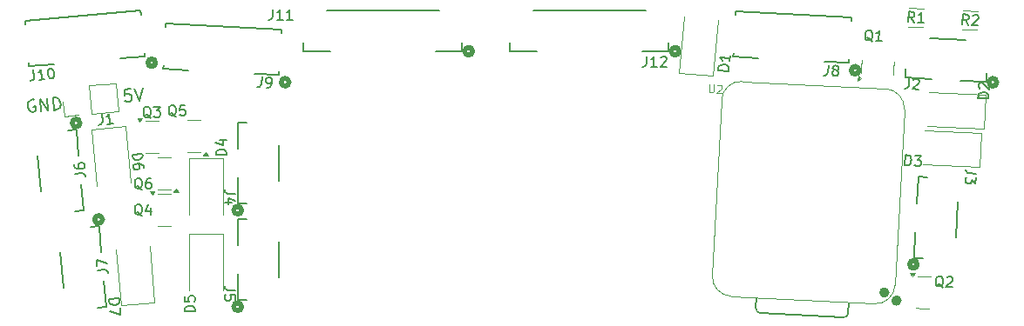
<source format=gbr>
%TF.GenerationSoftware,KiCad,Pcbnew,9.0.1*%
%TF.CreationDate,2025-06-09T02:27:10-04:00*%
%TF.ProjectId,Pneumatactors_1Xiao_3PiezoPumps_6Valves_TwoPiece,506e6575-6d61-4746-9163-746f72735f31,rev?*%
%TF.SameCoordinates,Original*%
%TF.FileFunction,Legend,Top*%
%TF.FilePolarity,Positive*%
%FSLAX46Y46*%
G04 Gerber Fmt 4.6, Leading zero omitted, Abs format (unit mm)*
G04 Created by KiCad (PCBNEW 9.0.1) date 2025-06-09 02:27:10*
%MOMM*%
%LPD*%
G01*
G04 APERTURE LIST*
%ADD10C,0.200000*%
%ADD11C,0.150000*%
%ADD12C,0.106680*%
%ADD13C,0.120000*%
%ADD14C,0.152400*%
%ADD15C,0.508000*%
%ADD16C,0.100000*%
%ADD17C,0.127000*%
%ADD18C,0.504000*%
G04 APERTURE END LIST*
D10*
X150726665Y-64601734D02*
X150157411Y-64651538D01*
X150157411Y-64651538D02*
X150150289Y-65225772D01*
X150150289Y-65225772D02*
X150202234Y-65163866D01*
X150202234Y-65163866D02*
X150311105Y-65096980D01*
X150311105Y-65096980D02*
X150595732Y-65072079D01*
X150595732Y-65072079D02*
X150714563Y-65119043D01*
X150714563Y-65119043D02*
X150776469Y-65170989D01*
X150776469Y-65170989D02*
X150843355Y-65279859D01*
X150843355Y-65279859D02*
X150868256Y-65564486D01*
X150868256Y-65564486D02*
X150821291Y-65683317D01*
X150821291Y-65683317D02*
X150769346Y-65745223D01*
X150769346Y-65745223D02*
X150660476Y-65812109D01*
X150660476Y-65812109D02*
X150375849Y-65837011D01*
X150375849Y-65837011D02*
X150257018Y-65790046D01*
X150257018Y-65790046D02*
X150195112Y-65738101D01*
X151125143Y-64566872D02*
X151628208Y-65727443D01*
X151628208Y-65727443D02*
X151922099Y-64497148D01*
X141390571Y-65669680D02*
X141271740Y-65622715D01*
X141271740Y-65622715D02*
X141100964Y-65637656D01*
X141100964Y-65637656D02*
X140935168Y-65709522D01*
X140935168Y-65709522D02*
X140831278Y-65833334D01*
X140831278Y-65833334D02*
X140784313Y-65952165D01*
X140784313Y-65952165D02*
X140747309Y-66184847D01*
X140747309Y-66184847D02*
X140762250Y-66355623D01*
X140762250Y-66355623D02*
X140839096Y-66578344D01*
X140839096Y-66578344D02*
X140905982Y-66687215D01*
X140905982Y-66687215D02*
X141029794Y-66791105D01*
X141029794Y-66791105D02*
X141205550Y-66833089D01*
X141205550Y-66833089D02*
X141319401Y-66823129D01*
X141319401Y-66823129D02*
X141485197Y-66751262D01*
X141485197Y-66751262D02*
X141537142Y-66689357D01*
X141537142Y-66689357D02*
X141502280Y-66290879D01*
X141502280Y-66290879D02*
X141274578Y-66310800D01*
X142059432Y-66758384D02*
X141954845Y-65562951D01*
X141954845Y-65562951D02*
X142742537Y-66698621D01*
X142742537Y-66698621D02*
X142637950Y-65503187D01*
X143311791Y-66648817D02*
X143207204Y-65453384D01*
X143207204Y-65453384D02*
X143491831Y-65428482D01*
X143491831Y-65428482D02*
X143667588Y-65470466D01*
X143667588Y-65470466D02*
X143791399Y-65574357D01*
X143791399Y-65574357D02*
X143858285Y-65683227D01*
X143858285Y-65683227D02*
X143935132Y-65905948D01*
X143935132Y-65905948D02*
X143950073Y-66076725D01*
X143950073Y-66076725D02*
X143913069Y-66309407D01*
X143913069Y-66309407D02*
X143866104Y-66428238D01*
X143866104Y-66428238D02*
X143762214Y-66552049D01*
X143762214Y-66552049D02*
X143596418Y-66623916D01*
X143596418Y-66623916D02*
X143311791Y-66648817D01*
D11*
X229670927Y-83934253D02*
X229578312Y-83881715D01*
X229578312Y-83881715D02*
X229488189Y-83781623D01*
X229488189Y-83781623D02*
X229353004Y-83631485D01*
X229353004Y-83631485D02*
X229260388Y-83578947D01*
X229260388Y-83578947D02*
X229165281Y-83573963D01*
X229200374Y-83814224D02*
X229107758Y-83761686D01*
X229107758Y-83761686D02*
X229017635Y-83661594D01*
X229017635Y-83661594D02*
X228980050Y-83468887D01*
X228980050Y-83468887D02*
X228997495Y-83136010D01*
X228997495Y-83136010D02*
X229055018Y-82948287D01*
X229055018Y-82948287D02*
X229155110Y-82858164D01*
X229155110Y-82858164D02*
X229252710Y-82815594D01*
X229252710Y-82815594D02*
X229442925Y-82825563D01*
X229442925Y-82825563D02*
X229535540Y-82878101D01*
X229535540Y-82878101D02*
X229625663Y-82978193D01*
X229625663Y-82978193D02*
X229663248Y-83170901D01*
X229663248Y-83170901D02*
X229645803Y-83503777D01*
X229645803Y-83503777D02*
X229588281Y-83691500D01*
X229588281Y-83691500D02*
X229488189Y-83781623D01*
X229488189Y-83781623D02*
X229390589Y-83824193D01*
X229390589Y-83824193D02*
X229200374Y-83814224D01*
X230056140Y-82953069D02*
X230106186Y-82908008D01*
X230106186Y-82908008D02*
X230203785Y-82865438D01*
X230203785Y-82865438D02*
X230441554Y-82877899D01*
X230441554Y-82877899D02*
X230534170Y-82930437D01*
X230534170Y-82930437D02*
X230579231Y-82980483D01*
X230579231Y-82980483D02*
X230621801Y-83078083D01*
X230621801Y-83078083D02*
X230616816Y-83173191D01*
X230616816Y-83173191D02*
X230561786Y-83313360D01*
X230561786Y-83313360D02*
X229961234Y-83854099D01*
X229961234Y-83854099D02*
X230579433Y-83886497D01*
X150895568Y-70968464D02*
X151891763Y-70881308D01*
X151891763Y-70881308D02*
X151912514Y-71118497D01*
X151912514Y-71118497D02*
X151877527Y-71264961D01*
X151877527Y-71264961D02*
X151790952Y-71368137D01*
X151790952Y-71368137D02*
X151700226Y-71423875D01*
X151700226Y-71423875D02*
X151514625Y-71487914D01*
X151514625Y-71487914D02*
X151372312Y-71500365D01*
X151372312Y-71500365D02*
X151178410Y-71469528D01*
X151178410Y-71469528D02*
X151079384Y-71430391D01*
X151079384Y-71430391D02*
X150976208Y-71343816D01*
X150976208Y-71343816D02*
X150916319Y-71205653D01*
X150916319Y-71205653D02*
X150895568Y-70968464D01*
X152016271Y-72304443D02*
X151999670Y-72114692D01*
X151999670Y-72114692D02*
X151943931Y-72023966D01*
X151943931Y-72023966D02*
X151892343Y-71980679D01*
X151892343Y-71980679D02*
X151741729Y-71898254D01*
X151741729Y-71898254D02*
X151547828Y-71867417D01*
X151547828Y-71867417D02*
X151168325Y-71900619D01*
X151168325Y-71900619D02*
X151077599Y-71956358D01*
X151077599Y-71956358D02*
X151034312Y-72007946D01*
X151034312Y-72007946D02*
X150995175Y-72106972D01*
X150995175Y-72106972D02*
X151011776Y-72296723D01*
X151011776Y-72296723D02*
X151067514Y-72387449D01*
X151067514Y-72387449D02*
X151119102Y-72430736D01*
X151119102Y-72430736D02*
X151218128Y-72469873D01*
X151218128Y-72469873D02*
X151455317Y-72449122D01*
X151455317Y-72449122D02*
X151546043Y-72393384D01*
X151546043Y-72393384D02*
X151589330Y-72341796D01*
X151589330Y-72341796D02*
X151628468Y-72242770D01*
X151628468Y-72242770D02*
X151611866Y-72053018D01*
X151611866Y-72053018D02*
X151556128Y-71962293D01*
X151556128Y-71962293D02*
X151504540Y-71919005D01*
X151504540Y-71919005D02*
X151405514Y-71879868D01*
X160897680Y-74784666D02*
X160183395Y-74784666D01*
X160183395Y-74784666D02*
X160040538Y-74737047D01*
X160040538Y-74737047D02*
X159945300Y-74641809D01*
X159945300Y-74641809D02*
X159897680Y-74498952D01*
X159897680Y-74498952D02*
X159897680Y-74403714D01*
X160564347Y-75689428D02*
X159897680Y-75689428D01*
X160945300Y-75451333D02*
X160231014Y-75213238D01*
X160231014Y-75213238D02*
X160231014Y-75832285D01*
X200866476Y-61430819D02*
X200866476Y-62145104D01*
X200866476Y-62145104D02*
X200818857Y-62287961D01*
X200818857Y-62287961D02*
X200723619Y-62383200D01*
X200723619Y-62383200D02*
X200580762Y-62430819D01*
X200580762Y-62430819D02*
X200485524Y-62430819D01*
X201866476Y-62430819D02*
X201295048Y-62430819D01*
X201580762Y-62430819D02*
X201580762Y-61430819D01*
X201580762Y-61430819D02*
X201485524Y-61573676D01*
X201485524Y-61573676D02*
X201390286Y-61668914D01*
X201390286Y-61668914D02*
X201295048Y-61716533D01*
X202247429Y-61526057D02*
X202295048Y-61478438D01*
X202295048Y-61478438D02*
X202390286Y-61430819D01*
X202390286Y-61430819D02*
X202628381Y-61430819D01*
X202628381Y-61430819D02*
X202723619Y-61478438D01*
X202723619Y-61478438D02*
X202771238Y-61526057D01*
X202771238Y-61526057D02*
X202818857Y-61621295D01*
X202818857Y-61621295D02*
X202818857Y-61716533D01*
X202818857Y-61716533D02*
X202771238Y-61859390D01*
X202771238Y-61859390D02*
X202199810Y-62430819D01*
X202199810Y-62430819D02*
X202818857Y-62430819D01*
X226858333Y-58092477D02*
X226550379Y-57599493D01*
X226287688Y-58062570D02*
X226340024Y-57063941D01*
X226340024Y-57063941D02*
X226720454Y-57083878D01*
X226720454Y-57083878D02*
X226813070Y-57136416D01*
X226813070Y-57136416D02*
X226858131Y-57186462D01*
X226858131Y-57186462D02*
X226900701Y-57284062D01*
X226900701Y-57284062D02*
X226893224Y-57426724D01*
X226893224Y-57426724D02*
X226840686Y-57519339D01*
X226840686Y-57519339D02*
X226790640Y-57564401D01*
X226790640Y-57564401D02*
X226693040Y-57606970D01*
X226693040Y-57606970D02*
X226312610Y-57587032D01*
X227809409Y-58142320D02*
X227238764Y-58112414D01*
X227524086Y-58127367D02*
X227576422Y-57128738D01*
X227576422Y-57128738D02*
X227473838Y-57266415D01*
X227473838Y-57266415D02*
X227373746Y-57356538D01*
X227373746Y-57356538D02*
X227276146Y-57399107D01*
D12*
X206983166Y-64144027D02*
X206950022Y-64776466D01*
X206950022Y-64776466D02*
X206983324Y-64852820D01*
X206983324Y-64852820D02*
X207018577Y-64891972D01*
X207018577Y-64891972D02*
X207091032Y-64933074D01*
X207091032Y-64933074D02*
X207239841Y-64940873D01*
X207239841Y-64940873D02*
X207316195Y-64907570D01*
X207316195Y-64907570D02*
X207355347Y-64872317D01*
X207355347Y-64872317D02*
X207396449Y-64799862D01*
X207396449Y-64799862D02*
X207429594Y-64167424D01*
X207760514Y-64259375D02*
X207799666Y-64224123D01*
X207799666Y-64224123D02*
X207876021Y-64190820D01*
X207876021Y-64190820D02*
X208062032Y-64200568D01*
X208062032Y-64200568D02*
X208134487Y-64241670D01*
X208134487Y-64241670D02*
X208169739Y-64280822D01*
X208169739Y-64280822D02*
X208203042Y-64357176D01*
X208203042Y-64357176D02*
X208199143Y-64431581D01*
X208199143Y-64431581D02*
X208156092Y-64541238D01*
X208156092Y-64541238D02*
X207686268Y-64964269D01*
X207686268Y-64964269D02*
X208169898Y-64989615D01*
D11*
X208841432Y-62838178D02*
X207845237Y-62751022D01*
X207845237Y-62751022D02*
X207865988Y-62513833D01*
X207865988Y-62513833D02*
X207925877Y-62375669D01*
X207925877Y-62375669D02*
X208029053Y-62289094D01*
X208029053Y-62289094D02*
X208128079Y-62249957D01*
X208128079Y-62249957D02*
X208321981Y-62219120D01*
X208321981Y-62219120D02*
X208464294Y-62231571D01*
X208464294Y-62231571D02*
X208649895Y-62295610D01*
X208649895Y-62295610D02*
X208740621Y-62351348D01*
X208740621Y-62351348D02*
X208827196Y-62454525D01*
X208827196Y-62454525D02*
X208862183Y-62600988D01*
X208862183Y-62600988D02*
X208841432Y-62838178D01*
X208974240Y-61320167D02*
X208924437Y-61889421D01*
X208949339Y-61604794D02*
X207953144Y-61517638D01*
X207953144Y-61517638D02*
X208087157Y-61624965D01*
X208087157Y-61624965D02*
X208173732Y-61728141D01*
X208173732Y-61728141D02*
X208212869Y-61827167D01*
X147956419Y-67049945D02*
X148018673Y-67761513D01*
X148018673Y-67761513D02*
X147983686Y-67907976D01*
X147983686Y-67907976D02*
X147897111Y-68011153D01*
X147897111Y-68011153D02*
X147758947Y-68071041D01*
X147758947Y-68071041D02*
X147664072Y-68079342D01*
X149039769Y-67958984D02*
X148470515Y-68008787D01*
X148755142Y-67983886D02*
X148667987Y-66987691D01*
X148667987Y-66987691D02*
X148585562Y-67138305D01*
X148585562Y-67138305D02*
X148498987Y-67241481D01*
X148498987Y-67241481D02*
X148408261Y-67297220D01*
X152715761Y-67426057D02*
X152620523Y-67378438D01*
X152620523Y-67378438D02*
X152525285Y-67283200D01*
X152525285Y-67283200D02*
X152382428Y-67140342D01*
X152382428Y-67140342D02*
X152287190Y-67092723D01*
X152287190Y-67092723D02*
X152191952Y-67092723D01*
X152239571Y-67330819D02*
X152144333Y-67283200D01*
X152144333Y-67283200D02*
X152049095Y-67187961D01*
X152049095Y-67187961D02*
X152001476Y-66997485D01*
X152001476Y-66997485D02*
X152001476Y-66664152D01*
X152001476Y-66664152D02*
X152049095Y-66473676D01*
X152049095Y-66473676D02*
X152144333Y-66378438D01*
X152144333Y-66378438D02*
X152239571Y-66330819D01*
X152239571Y-66330819D02*
X152430047Y-66330819D01*
X152430047Y-66330819D02*
X152525285Y-66378438D01*
X152525285Y-66378438D02*
X152620523Y-66473676D01*
X152620523Y-66473676D02*
X152668142Y-66664152D01*
X152668142Y-66664152D02*
X152668142Y-66997485D01*
X152668142Y-66997485D02*
X152620523Y-67187961D01*
X152620523Y-67187961D02*
X152525285Y-67283200D01*
X152525285Y-67283200D02*
X152430047Y-67330819D01*
X152430047Y-67330819D02*
X152239571Y-67330819D01*
X153001476Y-66330819D02*
X153620523Y-66330819D01*
X153620523Y-66330819D02*
X153287190Y-66711771D01*
X153287190Y-66711771D02*
X153430047Y-66711771D01*
X153430047Y-66711771D02*
X153525285Y-66759390D01*
X153525285Y-66759390D02*
X153572904Y-66807009D01*
X153572904Y-66807009D02*
X153620523Y-66902247D01*
X153620523Y-66902247D02*
X153620523Y-67140342D01*
X153620523Y-67140342D02*
X153572904Y-67235580D01*
X153572904Y-67235580D02*
X153525285Y-67283200D01*
X153525285Y-67283200D02*
X153430047Y-67330819D01*
X153430047Y-67330819D02*
X153144333Y-67330819D01*
X153144333Y-67330819D02*
X153049095Y-67283200D01*
X153049095Y-67283200D02*
X153001476Y-67235580D01*
X234095566Y-65530886D02*
X233096937Y-65478550D01*
X233096937Y-65478550D02*
X233109398Y-65240781D01*
X233109398Y-65240781D02*
X233164428Y-65100612D01*
X233164428Y-65100612D02*
X233264520Y-65010489D01*
X233264520Y-65010489D02*
X233362120Y-64967919D01*
X233362120Y-64967919D02*
X233554827Y-64930334D01*
X233554827Y-64930334D02*
X233697489Y-64937811D01*
X233697489Y-64937811D02*
X233885211Y-64995334D01*
X233885211Y-64995334D02*
X233977827Y-65047872D01*
X233977827Y-65047872D02*
X234067950Y-65147964D01*
X234067950Y-65147964D02*
X234108027Y-65293117D01*
X234108027Y-65293117D02*
X234095566Y-65530886D01*
X233241888Y-64532459D02*
X233196827Y-64482413D01*
X233196827Y-64482413D02*
X233154257Y-64384813D01*
X233154257Y-64384813D02*
X233166718Y-64147044D01*
X233166718Y-64147044D02*
X233219256Y-64054429D01*
X233219256Y-64054429D02*
X233269302Y-64009367D01*
X233269302Y-64009367D02*
X233366902Y-63966798D01*
X233366902Y-63966798D02*
X233462010Y-63971782D01*
X233462010Y-63971782D02*
X233602179Y-64026812D01*
X233602179Y-64026812D02*
X234142918Y-64627364D01*
X234142918Y-64627364D02*
X234175316Y-64009165D01*
X218543800Y-62283698D02*
X218506418Y-62997005D01*
X218506418Y-62997005D02*
X218451387Y-63137174D01*
X218451387Y-63137174D02*
X218351295Y-63227298D01*
X218351295Y-63227298D02*
X218206142Y-63267375D01*
X218206142Y-63267375D02*
X218111034Y-63262390D01*
X219139570Y-62744081D02*
X219046955Y-62691543D01*
X219046955Y-62691543D02*
X219001893Y-62641497D01*
X219001893Y-62641497D02*
X218959324Y-62543897D01*
X218959324Y-62543897D02*
X218961816Y-62496343D01*
X218961816Y-62496343D02*
X219014354Y-62403728D01*
X219014354Y-62403728D02*
X219064400Y-62358666D01*
X219064400Y-62358666D02*
X219162000Y-62316097D01*
X219162000Y-62316097D02*
X219352215Y-62326066D01*
X219352215Y-62326066D02*
X219444830Y-62378604D01*
X219444830Y-62378604D02*
X219489892Y-62428650D01*
X219489892Y-62428650D02*
X219532461Y-62526249D01*
X219532461Y-62526249D02*
X219529969Y-62573803D01*
X219529969Y-62573803D02*
X219477431Y-62666419D01*
X219477431Y-62666419D02*
X219427385Y-62711480D01*
X219427385Y-62711480D02*
X219329785Y-62754050D01*
X219329785Y-62754050D02*
X219139570Y-62744081D01*
X219139570Y-62744081D02*
X219041970Y-62786650D01*
X219041970Y-62786650D02*
X218991924Y-62831712D01*
X218991924Y-62831712D02*
X218939386Y-62924327D01*
X218939386Y-62924327D02*
X218929418Y-63114542D01*
X218929418Y-63114542D02*
X218971987Y-63212142D01*
X218971987Y-63212142D02*
X219017049Y-63262188D01*
X219017049Y-63262188D02*
X219109664Y-63314726D01*
X219109664Y-63314726D02*
X219299879Y-63324695D01*
X219299879Y-63324695D02*
X219397479Y-63282126D01*
X219397479Y-63282126D02*
X219447525Y-63237064D01*
X219447525Y-63237064D02*
X219500063Y-63144449D01*
X219500063Y-63144449D02*
X219510032Y-62954234D01*
X219510032Y-62954234D02*
X219467462Y-62856634D01*
X219467462Y-62856634D02*
X219422401Y-62806588D01*
X219422401Y-62806588D02*
X219329785Y-62754050D01*
X225985936Y-72032573D02*
X226038272Y-71033944D01*
X226038272Y-71033944D02*
X226276041Y-71046405D01*
X226276041Y-71046405D02*
X226416210Y-71101435D01*
X226416210Y-71101435D02*
X226506333Y-71201527D01*
X226506333Y-71201527D02*
X226548903Y-71299127D01*
X226548903Y-71299127D02*
X226586488Y-71491834D01*
X226586488Y-71491834D02*
X226579011Y-71634496D01*
X226579011Y-71634496D02*
X226521488Y-71822218D01*
X226521488Y-71822218D02*
X226468950Y-71914834D01*
X226468950Y-71914834D02*
X226368858Y-72004957D01*
X226368858Y-72004957D02*
X226223705Y-72045034D01*
X226223705Y-72045034D02*
X225985936Y-72032573D01*
X226941794Y-71081295D02*
X227559993Y-71113694D01*
X227559993Y-71113694D02*
X227207179Y-71476679D01*
X227207179Y-71476679D02*
X227349840Y-71484155D01*
X227349840Y-71484155D02*
X227442456Y-71536694D01*
X227442456Y-71536694D02*
X227487517Y-71586740D01*
X227487517Y-71586740D02*
X227530087Y-71684339D01*
X227530087Y-71684339D02*
X227517626Y-71922108D01*
X227517626Y-71922108D02*
X227465088Y-72014724D01*
X227465088Y-72014724D02*
X227415042Y-72059785D01*
X227415042Y-72059785D02*
X227317442Y-72102355D01*
X227317442Y-72102355D02*
X227032119Y-72087401D01*
X227032119Y-72087401D02*
X226939504Y-72034863D01*
X226939504Y-72034863D02*
X226894442Y-71984817D01*
X147524150Y-82247634D02*
X148235718Y-82185380D01*
X148235718Y-82185380D02*
X148382181Y-82220367D01*
X148382181Y-82220367D02*
X148485358Y-82306942D01*
X148485358Y-82306942D02*
X148545246Y-82445106D01*
X148545246Y-82445106D02*
X148553547Y-82539981D01*
X147490948Y-81868131D02*
X147432844Y-81204001D01*
X147432844Y-81204001D02*
X148466391Y-81543786D01*
X163507337Y-63413929D02*
X163469955Y-64127236D01*
X163469955Y-64127236D02*
X163414924Y-64267405D01*
X163414924Y-64267405D02*
X163314832Y-64357529D01*
X163314832Y-64357529D02*
X163169679Y-64397606D01*
X163169679Y-64397606D02*
X163074571Y-64392621D01*
X163978093Y-64439973D02*
X164168309Y-64449942D01*
X164168309Y-64449942D02*
X164265908Y-64407372D01*
X164265908Y-64407372D02*
X164315954Y-64362311D01*
X164315954Y-64362311D02*
X164418538Y-64224634D01*
X164418538Y-64224634D02*
X164476061Y-64036911D01*
X164476061Y-64036911D02*
X164495998Y-63656480D01*
X164495998Y-63656480D02*
X164453429Y-63558881D01*
X164453429Y-63558881D02*
X164408367Y-63508835D01*
X164408367Y-63508835D02*
X164315752Y-63456297D01*
X164315752Y-63456297D02*
X164125537Y-63446328D01*
X164125537Y-63446328D02*
X164027937Y-63488897D01*
X164027937Y-63488897D02*
X163977891Y-63533959D01*
X163977891Y-63533959D02*
X163925353Y-63626574D01*
X163925353Y-63626574D02*
X163912892Y-63864343D01*
X163912892Y-63864343D02*
X163955461Y-63961943D01*
X163955461Y-63961943D02*
X164000523Y-64011989D01*
X164000523Y-64011989D02*
X164093138Y-64064527D01*
X164093138Y-64064527D02*
X164283354Y-64074496D01*
X164283354Y-64074496D02*
X164380953Y-64031926D01*
X164380953Y-64031926D02*
X164430999Y-63986865D01*
X164430999Y-63986865D02*
X164483537Y-63894249D01*
X151875261Y-74398057D02*
X151780023Y-74350438D01*
X151780023Y-74350438D02*
X151684785Y-74255200D01*
X151684785Y-74255200D02*
X151541928Y-74112342D01*
X151541928Y-74112342D02*
X151446690Y-74064723D01*
X151446690Y-74064723D02*
X151351452Y-74064723D01*
X151399071Y-74302819D02*
X151303833Y-74255200D01*
X151303833Y-74255200D02*
X151208595Y-74159961D01*
X151208595Y-74159961D02*
X151160976Y-73969485D01*
X151160976Y-73969485D02*
X151160976Y-73636152D01*
X151160976Y-73636152D02*
X151208595Y-73445676D01*
X151208595Y-73445676D02*
X151303833Y-73350438D01*
X151303833Y-73350438D02*
X151399071Y-73302819D01*
X151399071Y-73302819D02*
X151589547Y-73302819D01*
X151589547Y-73302819D02*
X151684785Y-73350438D01*
X151684785Y-73350438D02*
X151780023Y-73445676D01*
X151780023Y-73445676D02*
X151827642Y-73636152D01*
X151827642Y-73636152D02*
X151827642Y-73969485D01*
X151827642Y-73969485D02*
X151780023Y-74159961D01*
X151780023Y-74159961D02*
X151684785Y-74255200D01*
X151684785Y-74255200D02*
X151589547Y-74302819D01*
X151589547Y-74302819D02*
X151399071Y-74302819D01*
X152684785Y-73302819D02*
X152494309Y-73302819D01*
X152494309Y-73302819D02*
X152399071Y-73350438D01*
X152399071Y-73350438D02*
X152351452Y-73398057D01*
X152351452Y-73398057D02*
X152256214Y-73540914D01*
X152256214Y-73540914D02*
X152208595Y-73731390D01*
X152208595Y-73731390D02*
X152208595Y-74112342D01*
X152208595Y-74112342D02*
X152256214Y-74207580D01*
X152256214Y-74207580D02*
X152303833Y-74255200D01*
X152303833Y-74255200D02*
X152399071Y-74302819D01*
X152399071Y-74302819D02*
X152589547Y-74302819D01*
X152589547Y-74302819D02*
X152684785Y-74255200D01*
X152684785Y-74255200D02*
X152732404Y-74207580D01*
X152732404Y-74207580D02*
X152780023Y-74112342D01*
X152780023Y-74112342D02*
X152780023Y-73874247D01*
X152780023Y-73874247D02*
X152732404Y-73779009D01*
X152732404Y-73779009D02*
X152684785Y-73731390D01*
X152684785Y-73731390D02*
X152589547Y-73683771D01*
X152589547Y-73683771D02*
X152399071Y-73683771D01*
X152399071Y-73683771D02*
X152303833Y-73731390D01*
X152303833Y-73731390D02*
X152256214Y-73779009D01*
X152256214Y-73779009D02*
X152208595Y-73874247D01*
X232144581Y-58346477D02*
X231836627Y-57853493D01*
X231573936Y-58316570D02*
X231626272Y-57317941D01*
X231626272Y-57317941D02*
X232006702Y-57337878D01*
X232006702Y-57337878D02*
X232099318Y-57390416D01*
X232099318Y-57390416D02*
X232144379Y-57440462D01*
X232144379Y-57440462D02*
X232186949Y-57538062D01*
X232186949Y-57538062D02*
X232179472Y-57680724D01*
X232179472Y-57680724D02*
X232126934Y-57773339D01*
X232126934Y-57773339D02*
X232076888Y-57818401D01*
X232076888Y-57818401D02*
X231979288Y-57860970D01*
X231979288Y-57860970D02*
X231598858Y-57841032D01*
X232572363Y-57462892D02*
X232622409Y-57417831D01*
X232622409Y-57417831D02*
X232720009Y-57375261D01*
X232720009Y-57375261D02*
X232957778Y-57387722D01*
X232957778Y-57387722D02*
X233050393Y-57440260D01*
X233050393Y-57440260D02*
X233095455Y-57490306D01*
X233095455Y-57490306D02*
X233138024Y-57587906D01*
X233138024Y-57587906D02*
X233133040Y-57683014D01*
X233133040Y-57683014D02*
X233078010Y-57823183D01*
X233078010Y-57823183D02*
X232477458Y-58363922D01*
X232477458Y-58363922D02*
X233095657Y-58396320D01*
X155177261Y-67286057D02*
X155082023Y-67238438D01*
X155082023Y-67238438D02*
X154986785Y-67143200D01*
X154986785Y-67143200D02*
X154843928Y-67000342D01*
X154843928Y-67000342D02*
X154748690Y-66952723D01*
X154748690Y-66952723D02*
X154653452Y-66952723D01*
X154701071Y-67190819D02*
X154605833Y-67143200D01*
X154605833Y-67143200D02*
X154510595Y-67047961D01*
X154510595Y-67047961D02*
X154462976Y-66857485D01*
X154462976Y-66857485D02*
X154462976Y-66524152D01*
X154462976Y-66524152D02*
X154510595Y-66333676D01*
X154510595Y-66333676D02*
X154605833Y-66238438D01*
X154605833Y-66238438D02*
X154701071Y-66190819D01*
X154701071Y-66190819D02*
X154891547Y-66190819D01*
X154891547Y-66190819D02*
X154986785Y-66238438D01*
X154986785Y-66238438D02*
X155082023Y-66333676D01*
X155082023Y-66333676D02*
X155129642Y-66524152D01*
X155129642Y-66524152D02*
X155129642Y-66857485D01*
X155129642Y-66857485D02*
X155082023Y-67047961D01*
X155082023Y-67047961D02*
X154986785Y-67143200D01*
X154986785Y-67143200D02*
X154891547Y-67190819D01*
X154891547Y-67190819D02*
X154701071Y-67190819D01*
X156034404Y-66190819D02*
X155558214Y-66190819D01*
X155558214Y-66190819D02*
X155510595Y-66667009D01*
X155510595Y-66667009D02*
X155558214Y-66619390D01*
X155558214Y-66619390D02*
X155653452Y-66571771D01*
X155653452Y-66571771D02*
X155891547Y-66571771D01*
X155891547Y-66571771D02*
X155986785Y-66619390D01*
X155986785Y-66619390D02*
X156034404Y-66667009D01*
X156034404Y-66667009D02*
X156082023Y-66762247D01*
X156082023Y-66762247D02*
X156082023Y-67000342D01*
X156082023Y-67000342D02*
X156034404Y-67095580D01*
X156034404Y-67095580D02*
X155986785Y-67143200D01*
X155986785Y-67143200D02*
X155891547Y-67190819D01*
X155891547Y-67190819D02*
X155653452Y-67190819D01*
X155653452Y-67190819D02*
X155558214Y-67143200D01*
X155558214Y-67143200D02*
X155510595Y-67095580D01*
X226390655Y-63573120D02*
X226353273Y-64286427D01*
X226353273Y-64286427D02*
X226298242Y-64426596D01*
X226298242Y-64426596D02*
X226198150Y-64516720D01*
X226198150Y-64516720D02*
X226052997Y-64556797D01*
X226052997Y-64556797D02*
X225957889Y-64551812D01*
X226813655Y-63690658D02*
X226863701Y-63645596D01*
X226863701Y-63645596D02*
X226961301Y-63603027D01*
X226961301Y-63603027D02*
X227199070Y-63615488D01*
X227199070Y-63615488D02*
X227291685Y-63668026D01*
X227291685Y-63668026D02*
X227336747Y-63718072D01*
X227336747Y-63718072D02*
X227379316Y-63815671D01*
X227379316Y-63815671D02*
X227374332Y-63910779D01*
X227374332Y-63910779D02*
X227319302Y-64050948D01*
X227319302Y-64050948D02*
X226718750Y-64591687D01*
X226718750Y-64591687D02*
X227336949Y-64624086D01*
X222812927Y-59969322D02*
X222720312Y-59916784D01*
X222720312Y-59916784D02*
X222630189Y-59816692D01*
X222630189Y-59816692D02*
X222495004Y-59666554D01*
X222495004Y-59666554D02*
X222402388Y-59614016D01*
X222402388Y-59614016D02*
X222307281Y-59609032D01*
X222342374Y-59849293D02*
X222249758Y-59796755D01*
X222249758Y-59796755D02*
X222159635Y-59696663D01*
X222159635Y-59696663D02*
X222122050Y-59503956D01*
X222122050Y-59503956D02*
X222139495Y-59171079D01*
X222139495Y-59171079D02*
X222197018Y-58983356D01*
X222197018Y-58983356D02*
X222297110Y-58893233D01*
X222297110Y-58893233D02*
X222394710Y-58850663D01*
X222394710Y-58850663D02*
X222584925Y-58860632D01*
X222584925Y-58860632D02*
X222677540Y-58913170D01*
X222677540Y-58913170D02*
X222767663Y-59013262D01*
X222767663Y-59013262D02*
X222805248Y-59205970D01*
X222805248Y-59205970D02*
X222787803Y-59538846D01*
X222787803Y-59538846D02*
X222730281Y-59726569D01*
X222730281Y-59726569D02*
X222630189Y-59816692D01*
X222630189Y-59816692D02*
X222532589Y-59859262D01*
X222532589Y-59859262D02*
X222342374Y-59849293D01*
X223721433Y-59921566D02*
X223150788Y-59891660D01*
X223436111Y-59906613D02*
X223488447Y-58907984D01*
X223488447Y-58907984D02*
X223385863Y-59045661D01*
X223385863Y-59045661D02*
X223285771Y-59135784D01*
X223285771Y-59135784D02*
X223188171Y-59178353D01*
X141318459Y-62736086D02*
X141380713Y-63447653D01*
X141380713Y-63447653D02*
X141345726Y-63594117D01*
X141345726Y-63594117D02*
X141259151Y-63697293D01*
X141259151Y-63697293D02*
X141120988Y-63757182D01*
X141120988Y-63757182D02*
X141026112Y-63765483D01*
X142401810Y-63645125D02*
X141832555Y-63694928D01*
X142117182Y-63670026D02*
X142030027Y-62673832D01*
X142030027Y-62673832D02*
X141947602Y-62824446D01*
X141947602Y-62824446D02*
X141861027Y-62927622D01*
X141861027Y-62927622D02*
X141770301Y-62983360D01*
X142931346Y-62594976D02*
X143026221Y-62586676D01*
X143026221Y-62586676D02*
X143125247Y-62625813D01*
X143125247Y-62625813D02*
X143176836Y-62669101D01*
X143176836Y-62669101D02*
X143232574Y-62759826D01*
X143232574Y-62759826D02*
X143296613Y-62945427D01*
X143296613Y-62945427D02*
X143317364Y-63182616D01*
X143317364Y-63182616D02*
X143286527Y-63376518D01*
X143286527Y-63376518D02*
X143247390Y-63475544D01*
X143247390Y-63475544D02*
X143204103Y-63527132D01*
X143204103Y-63527132D02*
X143113377Y-63582871D01*
X143113377Y-63582871D02*
X143018502Y-63591171D01*
X143018502Y-63591171D02*
X142919476Y-63552034D01*
X142919476Y-63552034D02*
X142867887Y-63508746D01*
X142867887Y-63508746D02*
X142812149Y-63418021D01*
X142812149Y-63418021D02*
X142748110Y-63232420D01*
X142748110Y-63232420D02*
X142727359Y-62995231D01*
X142727359Y-62995231D02*
X142758196Y-62801329D01*
X142758196Y-62801329D02*
X142797333Y-62702303D01*
X142797333Y-62702303D02*
X142840620Y-62650715D01*
X142840620Y-62650715D02*
X142931346Y-62594976D01*
X148645207Y-85088060D02*
X149641402Y-85000904D01*
X149641402Y-85000904D02*
X149662153Y-85238093D01*
X149662153Y-85238093D02*
X149627166Y-85384557D01*
X149627166Y-85384557D02*
X149540591Y-85487733D01*
X149540591Y-85487733D02*
X149449865Y-85543471D01*
X149449865Y-85543471D02*
X149264264Y-85607510D01*
X149264264Y-85607510D02*
X149121951Y-85619961D01*
X149121951Y-85619961D02*
X148928049Y-85589124D01*
X148928049Y-85589124D02*
X148829023Y-85549987D01*
X148829023Y-85549987D02*
X148725847Y-85463412D01*
X148725847Y-85463412D02*
X148665958Y-85325249D01*
X148665958Y-85325249D02*
X148645207Y-85088060D01*
X149720257Y-85902223D02*
X149778361Y-86566353D01*
X149778361Y-86566353D02*
X148744814Y-86226568D01*
X156997319Y-86270094D02*
X155997319Y-86270094D01*
X155997319Y-86270094D02*
X155997319Y-86031999D01*
X155997319Y-86031999D02*
X156044938Y-85889142D01*
X156044938Y-85889142D02*
X156140176Y-85793904D01*
X156140176Y-85793904D02*
X156235414Y-85746285D01*
X156235414Y-85746285D02*
X156425890Y-85698666D01*
X156425890Y-85698666D02*
X156568747Y-85698666D01*
X156568747Y-85698666D02*
X156759223Y-85746285D01*
X156759223Y-85746285D02*
X156854461Y-85793904D01*
X156854461Y-85793904D02*
X156949700Y-85889142D01*
X156949700Y-85889142D02*
X156997319Y-86031999D01*
X156997319Y-86031999D02*
X156997319Y-86270094D01*
X155997319Y-84793904D02*
X155997319Y-85270094D01*
X155997319Y-85270094D02*
X156473509Y-85317713D01*
X156473509Y-85317713D02*
X156425890Y-85270094D01*
X156425890Y-85270094D02*
X156378271Y-85174856D01*
X156378271Y-85174856D02*
X156378271Y-84936761D01*
X156378271Y-84936761D02*
X156425890Y-84841523D01*
X156425890Y-84841523D02*
X156473509Y-84793904D01*
X156473509Y-84793904D02*
X156568747Y-84746285D01*
X156568747Y-84746285D02*
X156806842Y-84746285D01*
X156806842Y-84746285D02*
X156902080Y-84793904D01*
X156902080Y-84793904D02*
X156949700Y-84841523D01*
X156949700Y-84841523D02*
X156997319Y-84936761D01*
X156997319Y-84936761D02*
X156997319Y-85174856D01*
X156997319Y-85174856D02*
X156949700Y-85270094D01*
X156949700Y-85270094D02*
X156902080Y-85317713D01*
X151875261Y-76938057D02*
X151780023Y-76890438D01*
X151780023Y-76890438D02*
X151684785Y-76795200D01*
X151684785Y-76795200D02*
X151541928Y-76652342D01*
X151541928Y-76652342D02*
X151446690Y-76604723D01*
X151446690Y-76604723D02*
X151351452Y-76604723D01*
X151399071Y-76842819D02*
X151303833Y-76795200D01*
X151303833Y-76795200D02*
X151208595Y-76699961D01*
X151208595Y-76699961D02*
X151160976Y-76509485D01*
X151160976Y-76509485D02*
X151160976Y-76176152D01*
X151160976Y-76176152D02*
X151208595Y-75985676D01*
X151208595Y-75985676D02*
X151303833Y-75890438D01*
X151303833Y-75890438D02*
X151399071Y-75842819D01*
X151399071Y-75842819D02*
X151589547Y-75842819D01*
X151589547Y-75842819D02*
X151684785Y-75890438D01*
X151684785Y-75890438D02*
X151780023Y-75985676D01*
X151780023Y-75985676D02*
X151827642Y-76176152D01*
X151827642Y-76176152D02*
X151827642Y-76509485D01*
X151827642Y-76509485D02*
X151780023Y-76699961D01*
X151780023Y-76699961D02*
X151684785Y-76795200D01*
X151684785Y-76795200D02*
X151589547Y-76842819D01*
X151589547Y-76842819D02*
X151399071Y-76842819D01*
X152684785Y-76176152D02*
X152684785Y-76842819D01*
X152446690Y-75795200D02*
X152208595Y-76509485D01*
X152208595Y-76509485D02*
X152827642Y-76509485D01*
X160897680Y-84182666D02*
X160183395Y-84182666D01*
X160183395Y-84182666D02*
X160040538Y-84135047D01*
X160040538Y-84135047D02*
X159945300Y-84039809D01*
X159945300Y-84039809D02*
X159897680Y-83896952D01*
X159897680Y-83896952D02*
X159897680Y-83801714D01*
X160897680Y-85135047D02*
X160897680Y-84658857D01*
X160897680Y-84658857D02*
X160421490Y-84611238D01*
X160421490Y-84611238D02*
X160469109Y-84658857D01*
X160469109Y-84658857D02*
X160516728Y-84754095D01*
X160516728Y-84754095D02*
X160516728Y-84992190D01*
X160516728Y-84992190D02*
X160469109Y-85087428D01*
X160469109Y-85087428D02*
X160421490Y-85135047D01*
X160421490Y-85135047D02*
X160326252Y-85182666D01*
X160326252Y-85182666D02*
X160088157Y-85182666D01*
X160088157Y-85182666D02*
X159992919Y-85135047D01*
X159992919Y-85135047D02*
X159945300Y-85087428D01*
X159945300Y-85087428D02*
X159897680Y-84992190D01*
X159897680Y-84992190D02*
X159897680Y-84754095D01*
X159897680Y-84754095D02*
X159945300Y-84658857D01*
X159945300Y-84658857D02*
X159992919Y-84611238D01*
X160045319Y-71030094D02*
X159045319Y-71030094D01*
X159045319Y-71030094D02*
X159045319Y-70791999D01*
X159045319Y-70791999D02*
X159092938Y-70649142D01*
X159092938Y-70649142D02*
X159188176Y-70553904D01*
X159188176Y-70553904D02*
X159283414Y-70506285D01*
X159283414Y-70506285D02*
X159473890Y-70458666D01*
X159473890Y-70458666D02*
X159616747Y-70458666D01*
X159616747Y-70458666D02*
X159807223Y-70506285D01*
X159807223Y-70506285D02*
X159902461Y-70553904D01*
X159902461Y-70553904D02*
X159997700Y-70649142D01*
X159997700Y-70649142D02*
X160045319Y-70791999D01*
X160045319Y-70791999D02*
X160045319Y-71030094D01*
X159378652Y-69601523D02*
X160045319Y-69601523D01*
X158997700Y-69839618D02*
X159711985Y-70077713D01*
X159711985Y-70077713D02*
X159711985Y-69458666D01*
X232896702Y-72836659D02*
X232183395Y-72799277D01*
X232183395Y-72799277D02*
X232043226Y-72744246D01*
X232043226Y-72744246D02*
X231953102Y-72644154D01*
X231953102Y-72644154D02*
X231913025Y-72499001D01*
X231913025Y-72499001D02*
X231918010Y-72403893D01*
X232876764Y-73217090D02*
X232844366Y-73835289D01*
X232844366Y-73835289D02*
X232481381Y-73482475D01*
X232481381Y-73482475D02*
X232473904Y-73625137D01*
X232473904Y-73625137D02*
X232421366Y-73717752D01*
X232421366Y-73717752D02*
X232371320Y-73762814D01*
X232371320Y-73762814D02*
X232273720Y-73805383D01*
X232273720Y-73805383D02*
X232035951Y-73792922D01*
X232035951Y-73792922D02*
X231943336Y-73740384D01*
X231943336Y-73740384D02*
X231898274Y-73690338D01*
X231898274Y-73690338D02*
X231855705Y-73592738D01*
X231855705Y-73592738D02*
X231870658Y-73307415D01*
X231870658Y-73307415D02*
X231923196Y-73214800D01*
X231923196Y-73214800D02*
X231973242Y-73169738D01*
X145336417Y-72849635D02*
X146047985Y-72787381D01*
X146047985Y-72787381D02*
X146194448Y-72822368D01*
X146194448Y-72822368D02*
X146297625Y-72908943D01*
X146297625Y-72908943D02*
X146357513Y-73047107D01*
X146357513Y-73047107D02*
X146365814Y-73141982D01*
X145257562Y-71948316D02*
X145274163Y-72138067D01*
X145274163Y-72138067D02*
X145329901Y-72228793D01*
X145329901Y-72228793D02*
X145381489Y-72272080D01*
X145381489Y-72272080D02*
X145532104Y-72354505D01*
X145532104Y-72354505D02*
X145726005Y-72385342D01*
X145726005Y-72385342D02*
X146105508Y-72352140D01*
X146105508Y-72352140D02*
X146196233Y-72296401D01*
X146196233Y-72296401D02*
X146239521Y-72244813D01*
X146239521Y-72244813D02*
X146278658Y-72145787D01*
X146278658Y-72145787D02*
X146262057Y-71956036D01*
X146262057Y-71956036D02*
X146206319Y-71865310D01*
X146206319Y-71865310D02*
X146154731Y-71822023D01*
X146154731Y-71822023D02*
X146055705Y-71782886D01*
X146055705Y-71782886D02*
X145818515Y-71803637D01*
X145818515Y-71803637D02*
X145727790Y-71859375D01*
X145727790Y-71859375D02*
X145684502Y-71910963D01*
X145684502Y-71910963D02*
X145645365Y-72009989D01*
X145645365Y-72009989D02*
X145661966Y-72199741D01*
X145661966Y-72199741D02*
X145717705Y-72290466D01*
X145717705Y-72290466D02*
X145769293Y-72333754D01*
X145769293Y-72333754D02*
X145868319Y-72372891D01*
X164544476Y-56858819D02*
X164544476Y-57573104D01*
X164544476Y-57573104D02*
X164496857Y-57715961D01*
X164496857Y-57715961D02*
X164401619Y-57811200D01*
X164401619Y-57811200D02*
X164258762Y-57858819D01*
X164258762Y-57858819D02*
X164163524Y-57858819D01*
X165544476Y-57858819D02*
X164973048Y-57858819D01*
X165258762Y-57858819D02*
X165258762Y-56858819D01*
X165258762Y-56858819D02*
X165163524Y-57001676D01*
X165163524Y-57001676D02*
X165068286Y-57096914D01*
X165068286Y-57096914D02*
X164973048Y-57144533D01*
X166496857Y-57858819D02*
X165925429Y-57858819D01*
X166211143Y-57858819D02*
X166211143Y-56858819D01*
X166211143Y-56858819D02*
X166115905Y-57001676D01*
X166115905Y-57001676D02*
X166020667Y-57096914D01*
X166020667Y-57096914D02*
X165925429Y-57144533D01*
D13*
%TO.C,Q2*%
X227681179Y-85963797D02*
X227032070Y-85929779D01*
X227681179Y-85963797D02*
X228330288Y-85997815D01*
X227844467Y-82848073D02*
X227195358Y-82814055D01*
X227844467Y-82848073D02*
X228493576Y-82882091D01*
X226937885Y-82520177D02*
X226680943Y-82837164D01*
X226458543Y-82495055D01*
X226937885Y-82520177D01*
G36*
X226937885Y-82520177D02*
G01*
X226680943Y-82837164D01*
X226458543Y-82495055D01*
X226937885Y-82520177D01*
G37*
%TO.C,D6*%
X146972862Y-68529163D02*
X147453091Y-74018196D01*
X150260305Y-68241549D02*
X146972862Y-68529163D01*
X150260305Y-68241549D02*
X150740533Y-73730582D01*
D14*
%TO.C,J4*%
X161165300Y-67866300D02*
X161165300Y-70413760D01*
X161165300Y-73218240D02*
X161165300Y-75765700D01*
X161165300Y-75765700D02*
X162018560Y-75765700D01*
X162018560Y-67866300D02*
X161165300Y-67866300D01*
X165127700Y-73553360D02*
X165127700Y-70078640D01*
D15*
X161531700Y-76400700D02*
G75*
G02*
X160769700Y-76400700I-381000J0D01*
G01*
X160769700Y-76400700D02*
G75*
G02*
X161531700Y-76400700I381000J0D01*
G01*
D14*
%TO.C,J12*%
X187629800Y-60055940D02*
X187629800Y-60909200D01*
X187629800Y-60909200D02*
X190173760Y-60909200D01*
X200478240Y-60909200D02*
X203022200Y-60909200D01*
X200813360Y-56946800D02*
X189838640Y-56946800D01*
X203022200Y-60909200D02*
X203022200Y-60055940D01*
D15*
X204038200Y-60923800D02*
G75*
G02*
X203276200Y-60923800I-381000J0D01*
G01*
X203276200Y-60923800D02*
G75*
G02*
X204038200Y-60923800I381000J0D01*
G01*
D13*
%TO.C,R1*%
X226251006Y-58517705D02*
X227703141Y-58593808D01*
X226346257Y-56700200D02*
X227798392Y-56776303D01*
D16*
%TO.C,U2*%
X208163357Y-65651802D02*
X207266058Y-82773305D01*
X209068747Y-84775394D02*
X223019601Y-85506528D01*
D17*
X211493487Y-85913856D02*
X211546347Y-84905240D01*
X219950949Y-86857779D02*
X211966634Y-86439338D01*
X220533014Y-85376211D02*
X220476417Y-86384903D01*
D16*
X224116301Y-64580246D02*
X210165447Y-63849112D01*
X225918991Y-66582335D02*
X225021691Y-83703838D01*
X208163357Y-65651802D02*
G75*
G02*
X210165447Y-63849106I1902396J-99700D01*
G01*
X209068747Y-84775394D02*
G75*
G02*
X207266064Y-82773305I99706J1902389D01*
G01*
D17*
X211966634Y-86439338D02*
G75*
G02*
X211493494Y-85913856I26174J499314D01*
G01*
X220476417Y-86384903D02*
G75*
G02*
X219950949Y-86857777I-499317J26459D01*
G01*
D16*
X224116301Y-64580246D02*
G75*
G02*
X225918990Y-66582335I-99698J-1902387D01*
G01*
X225021481Y-83707833D02*
G75*
G02*
X223019392Y-85510522I-1902390J99701D01*
G01*
D18*
X224227981Y-84416086D02*
G75*
G02*
X223723981Y-84416086I-252000J0D01*
G01*
X223723981Y-84416086D02*
G75*
G02*
X224227981Y-84416086I252000J0D01*
G01*
X225405475Y-85201788D02*
G75*
G02*
X224901475Y-85201788I-252000J0D01*
G01*
X224901475Y-85201788D02*
G75*
G02*
X225405475Y-85201788I252000J0D01*
G01*
D13*
%TO.C,D1*%
X204044363Y-63042837D02*
X204524590Y-57553805D01*
X204044363Y-63042837D02*
X207331805Y-63330449D01*
X207331805Y-63330449D02*
X207812034Y-57841418D01*
%TO.C,J1*%
X144297191Y-67248398D02*
X144176916Y-65873649D01*
X145671939Y-67128124D02*
X144297191Y-67248398D01*
X146696557Y-64267938D02*
X149336473Y-64036975D01*
X146937107Y-67017436D02*
X146696557Y-64267938D01*
X146937107Y-67017436D02*
X149577023Y-66786473D01*
X149577023Y-66786473D02*
X149336473Y-64036975D01*
%TO.C,Q3*%
X152811000Y-67716000D02*
X152161000Y-67716000D01*
X152811000Y-67716000D02*
X153461000Y-67716000D01*
X152811000Y-70836000D02*
X152161000Y-70836000D01*
X152811000Y-70836000D02*
X153461000Y-70836000D01*
X151648500Y-67766000D02*
X151408500Y-67436000D01*
X151888500Y-67436000D01*
X151648500Y-67766000D01*
G36*
X151648500Y-67766000D02*
G01*
X151408500Y-67436000D01*
X151888500Y-67436000D01*
X151648500Y-67766000D01*
G37*
%TO.C,D2*%
X233686917Y-68473114D02*
X228184469Y-68184743D01*
X233686917Y-68473114D02*
X233859626Y-65177636D01*
X233859626Y-65177636D02*
X228357177Y-64889265D01*
D14*
%TO.C,J8*%
X209303439Y-61468585D02*
X211687127Y-61593509D01*
X209321016Y-61133186D02*
X209303439Y-61468585D01*
X209536072Y-57029677D02*
X209518023Y-57374065D01*
X218156529Y-61932556D02*
X220540218Y-62057479D01*
X220540218Y-62057479D02*
X220557795Y-61722081D01*
X220754803Y-57962960D02*
X220772851Y-57618571D01*
X220772851Y-57618571D02*
X209536072Y-57029677D01*
D15*
X221519654Y-62771778D02*
G75*
G02*
X220757656Y-62771778I-380999J0D01*
G01*
X220757656Y-62771778D02*
G75*
G02*
X221519654Y-62771778I380999J0D01*
G01*
D13*
%TO.C,D3*%
X233213658Y-72178442D02*
X227711210Y-71890071D01*
X233213658Y-72178442D02*
X233386367Y-68882964D01*
X233386367Y-68882964D02*
X227883918Y-68594593D01*
D14*
%TO.C,J7*%
X143924918Y-80483924D02*
X144227760Y-83945422D01*
X147517887Y-85878364D02*
X148367900Y-85803997D01*
X147679422Y-77934657D02*
X146829409Y-78009023D01*
X147901447Y-80472423D02*
X147679422Y-77934657D01*
X148367900Y-85803997D02*
X148145875Y-83266231D01*
D15*
X148019623Y-77300801D02*
G75*
G02*
X147257621Y-77300801I-381001J0D01*
G01*
X147257621Y-77300801D02*
G75*
G02*
X148019623Y-77300801I381001J0D01*
G01*
D14*
%TO.C,J9*%
X153924414Y-62631006D02*
X156308103Y-62755930D01*
X153941991Y-62295608D02*
X153924414Y-62631006D01*
X154157047Y-58192098D02*
X154138999Y-58536487D01*
X162777505Y-63094978D02*
X165161193Y-63219902D01*
X165161193Y-63219902D02*
X165178771Y-62884503D01*
X165375778Y-59125382D02*
X165393826Y-58780994D01*
X165393826Y-58780994D02*
X154157047Y-58192098D01*
D15*
X166140629Y-63934199D02*
G75*
G02*
X165378631Y-63934199I-380999J0D01*
G01*
X165378631Y-63934199D02*
G75*
G02*
X166140629Y-63934199I380999J0D01*
G01*
D13*
%TO.C,Q6*%
X154002500Y-71272000D02*
X153352500Y-71272000D01*
X154002500Y-71272000D02*
X154652500Y-71272000D01*
X154002500Y-74392000D02*
X153352500Y-74392000D01*
X154002500Y-74392000D02*
X154652500Y-74392000D01*
X155405000Y-74672000D02*
X154925000Y-74672000D01*
X155165000Y-74342000D01*
X155405000Y-74672000D01*
G36*
X155405000Y-74672000D02*
G01*
X154925000Y-74672000D01*
X155165000Y-74342000D01*
X155405000Y-74672000D01*
G37*
%TO.C,R2*%
X231537254Y-58771705D02*
X232989389Y-58847808D01*
X231632505Y-56954200D02*
X233084640Y-57030303D01*
%TO.C,Q5*%
X156875000Y-67650000D02*
X156225000Y-67650000D01*
X156875000Y-67650000D02*
X157525000Y-67650000D01*
X156875000Y-70770000D02*
X156225000Y-70770000D01*
X156875000Y-70770000D02*
X157525000Y-70770000D01*
X158277500Y-71050000D02*
X157797500Y-71050000D01*
X158037500Y-70720000D01*
X158277500Y-71050000D01*
G36*
X158277500Y-71050000D02*
G01*
X157797500Y-71050000D01*
X158037500Y-70720000D01*
X158277500Y-71050000D01*
G37*
D14*
%TO.C,J2*%
X226000848Y-63482778D02*
X228544817Y-63616101D01*
X226045504Y-62630687D02*
X226000848Y-63482778D01*
X231345453Y-63762876D02*
X233889422Y-63896200D01*
X231887490Y-59823446D02*
X228417532Y-59641593D01*
X233889422Y-63896200D02*
X233934078Y-63044110D01*
D15*
X234903788Y-63944013D02*
G75*
G02*
X234141788Y-63944013I-381000J0D01*
G01*
X234141788Y-63944013D02*
G75*
G02*
X234903788Y-63944013I381000J0D01*
G01*
D13*
%TO.C,Q1*%
X221749328Y-62421426D02*
X221715310Y-63070535D01*
X221749328Y-62421426D02*
X221783346Y-61772317D01*
X224865052Y-62584714D02*
X224831034Y-63233823D01*
X224865052Y-62584714D02*
X224899070Y-61935605D01*
X221738419Y-63584950D02*
X221396310Y-63807350D01*
X221421432Y-63328008D01*
X221738419Y-63584950D01*
G36*
X221738419Y-63584950D02*
G01*
X221396310Y-63807350D01*
X221421432Y-63328008D01*
X221738419Y-63584950D01*
G37*
D14*
%TO.C,J10*%
X140505605Y-57966304D02*
X140535662Y-58309854D01*
X140863741Y-62059809D02*
X140893012Y-62394389D01*
X140893012Y-62394389D02*
X143270890Y-62186351D01*
X149724518Y-61621732D02*
X152102395Y-61413696D01*
X151714988Y-56985611D02*
X140505605Y-57966304D01*
X151745044Y-57329159D02*
X151714988Y-56985611D01*
X152102395Y-61413696D02*
X152073123Y-61079115D01*
D15*
X153175418Y-62037757D02*
G75*
G02*
X152413414Y-62037757I-381002J0D01*
G01*
X152413414Y-62037757D02*
G75*
G02*
X153175418Y-62037757I381002J0D01*
G01*
D13*
%TO.C,D7*%
X149792195Y-85682450D02*
X149311967Y-80193418D01*
X149792195Y-85682450D02*
X153079638Y-85394836D01*
X153079638Y-85394836D02*
X152599410Y-79905804D01*
%TO.C,D5*%
X156416500Y-78720000D02*
X156416500Y-84230000D01*
X159716500Y-78720000D02*
X156416500Y-78720000D01*
X159716500Y-78720000D02*
X159716500Y-84230000D01*
%TO.C,Q4*%
X154002500Y-74828000D02*
X153352500Y-74828000D01*
X154002500Y-74828000D02*
X154652500Y-74828000D01*
X154002500Y-77948000D02*
X153352500Y-77948000D01*
X154002500Y-77948000D02*
X154652500Y-77948000D01*
X152840000Y-74878000D02*
X152600000Y-74548000D01*
X153080000Y-74548000D01*
X152840000Y-74878000D01*
G36*
X152840000Y-74878000D02*
G01*
X152600000Y-74548000D01*
X153080000Y-74548000D01*
X152840000Y-74878000D01*
G37*
D14*
%TO.C,J5*%
X161165300Y-77264300D02*
X161165300Y-79811760D01*
X161165300Y-82616240D02*
X161165300Y-85163700D01*
X161165300Y-85163700D02*
X162018560Y-85163700D01*
X162018560Y-77264300D02*
X161165300Y-77264300D01*
X165127700Y-82951360D02*
X165127700Y-79476640D01*
D15*
X161531700Y-85798700D02*
G75*
G02*
X160769700Y-85798700I-381000J0D01*
G01*
X160769700Y-85798700D02*
G75*
G02*
X161531700Y-85798700I381000J0D01*
G01*
D13*
%TO.C,D4*%
X156416500Y-71354000D02*
X156416500Y-76864000D01*
X159716500Y-71354000D02*
X156416500Y-71354000D01*
X159716500Y-71354000D02*
X159716500Y-76864000D01*
D14*
%TO.C,J3*%
X226847627Y-81045603D02*
X227699717Y-81090259D01*
X226980951Y-78501634D02*
X226847627Y-81045603D01*
X227261049Y-73157029D02*
X227127726Y-75700998D01*
X228113140Y-73201685D02*
X227261049Y-73157029D01*
X230920381Y-79043671D02*
X231102234Y-75573713D01*
D15*
X227180814Y-81678969D02*
G75*
G02*
X226418814Y-81678969I-381000J0D01*
G01*
X226418814Y-81678969D02*
G75*
G02*
X227180814Y-81678969I381000J0D01*
G01*
D14*
%TO.C,J6*%
X141737185Y-71085924D02*
X142040027Y-74547421D01*
X145330154Y-76480363D02*
X146180167Y-76405997D01*
X145491689Y-68536657D02*
X144641676Y-68611023D01*
X145713715Y-71074423D02*
X145491689Y-68536657D01*
X146180167Y-76405997D02*
X145958142Y-73868231D01*
D15*
X145831891Y-67902801D02*
G75*
G02*
X145069889Y-67902801I-381001J0D01*
G01*
X145069889Y-67902801D02*
G75*
G02*
X145831891Y-67902801I381001J0D01*
G01*
D14*
%TO.C,J11*%
X167563800Y-60055940D02*
X167563800Y-60909200D01*
X167563800Y-60909200D02*
X170107760Y-60909200D01*
X180412240Y-60909200D02*
X182956200Y-60909200D01*
X180747360Y-56946800D02*
X169772640Y-56946800D01*
X182956200Y-60909200D02*
X182956200Y-60055940D01*
D15*
X183972200Y-60923800D02*
G75*
G02*
X183210200Y-60923800I-381000J0D01*
G01*
X183210200Y-60923800D02*
G75*
G02*
X183972200Y-60923800I381000J0D01*
G01*
%TD*%
M02*

</source>
